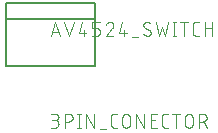
<source format=gbr>
G04 EAGLE Gerber X2 export*
%TF.Part,Single*%
%TF.FileFunction,Legend,Top,1*%
%TF.FilePolarity,Positive*%
%TF.GenerationSoftware,Autodesk,EAGLE,9.1.0*%
%TF.CreationDate,2020-08-17T16:38:57Z*%
G75*
%MOMM*%
%FSLAX34Y34*%
%LPD*%
%AMOC8*
5,1,8,0,0,1.08239X$1,22.5*%
G01*
%ADD10C,0.101600*%
%ADD11C,0.127000*%


D10*
X65508Y508D02*
X68754Y508D01*
X68867Y510D01*
X68980Y516D01*
X69093Y526D01*
X69206Y540D01*
X69318Y557D01*
X69429Y579D01*
X69539Y604D01*
X69649Y634D01*
X69757Y667D01*
X69864Y704D01*
X69970Y744D01*
X70074Y789D01*
X70177Y837D01*
X70278Y888D01*
X70377Y943D01*
X70474Y1001D01*
X70569Y1063D01*
X70662Y1128D01*
X70752Y1196D01*
X70840Y1267D01*
X70926Y1342D01*
X71009Y1419D01*
X71089Y1499D01*
X71166Y1582D01*
X71241Y1668D01*
X71312Y1756D01*
X71380Y1846D01*
X71445Y1939D01*
X71507Y2034D01*
X71565Y2131D01*
X71620Y2230D01*
X71671Y2331D01*
X71719Y2434D01*
X71764Y2538D01*
X71804Y2644D01*
X71841Y2751D01*
X71874Y2859D01*
X71904Y2969D01*
X71929Y3079D01*
X71951Y3190D01*
X71968Y3302D01*
X71982Y3415D01*
X71992Y3528D01*
X71998Y3641D01*
X72000Y3754D01*
X71998Y3867D01*
X71992Y3980D01*
X71982Y4093D01*
X71968Y4206D01*
X71951Y4318D01*
X71929Y4429D01*
X71904Y4539D01*
X71874Y4649D01*
X71841Y4757D01*
X71804Y4864D01*
X71764Y4970D01*
X71719Y5074D01*
X71671Y5177D01*
X71620Y5278D01*
X71565Y5377D01*
X71507Y5474D01*
X71445Y5569D01*
X71380Y5662D01*
X71312Y5752D01*
X71241Y5840D01*
X71166Y5926D01*
X71089Y6009D01*
X71009Y6089D01*
X70926Y6166D01*
X70840Y6241D01*
X70752Y6312D01*
X70662Y6380D01*
X70569Y6445D01*
X70474Y6507D01*
X70377Y6565D01*
X70278Y6620D01*
X70177Y6671D01*
X70074Y6719D01*
X69970Y6764D01*
X69864Y6804D01*
X69757Y6841D01*
X69649Y6874D01*
X69539Y6904D01*
X69429Y6929D01*
X69318Y6951D01*
X69206Y6968D01*
X69093Y6982D01*
X68980Y6992D01*
X68867Y6998D01*
X68754Y7000D01*
X69403Y12192D02*
X65508Y12192D01*
X69403Y12192D02*
X69504Y12190D01*
X69604Y12184D01*
X69704Y12174D01*
X69804Y12161D01*
X69903Y12143D01*
X70002Y12122D01*
X70099Y12097D01*
X70196Y12068D01*
X70291Y12035D01*
X70385Y11999D01*
X70477Y11959D01*
X70568Y11916D01*
X70657Y11869D01*
X70744Y11819D01*
X70830Y11765D01*
X70913Y11708D01*
X70993Y11648D01*
X71072Y11585D01*
X71148Y11518D01*
X71221Y11449D01*
X71291Y11377D01*
X71359Y11303D01*
X71424Y11226D01*
X71485Y11146D01*
X71544Y11064D01*
X71599Y10980D01*
X71651Y10894D01*
X71700Y10806D01*
X71745Y10716D01*
X71787Y10624D01*
X71825Y10531D01*
X71859Y10436D01*
X71890Y10341D01*
X71917Y10244D01*
X71940Y10146D01*
X71960Y10047D01*
X71975Y9947D01*
X71987Y9847D01*
X71995Y9747D01*
X71999Y9646D01*
X71999Y9546D01*
X71995Y9445D01*
X71987Y9345D01*
X71975Y9245D01*
X71960Y9145D01*
X71940Y9046D01*
X71917Y8948D01*
X71890Y8851D01*
X71859Y8756D01*
X71825Y8661D01*
X71787Y8568D01*
X71745Y8476D01*
X71700Y8386D01*
X71651Y8298D01*
X71599Y8212D01*
X71544Y8128D01*
X71485Y8046D01*
X71424Y7966D01*
X71359Y7889D01*
X71291Y7815D01*
X71221Y7743D01*
X71148Y7674D01*
X71072Y7607D01*
X70993Y7544D01*
X70913Y7484D01*
X70830Y7427D01*
X70744Y7373D01*
X70657Y7323D01*
X70568Y7276D01*
X70477Y7233D01*
X70385Y7193D01*
X70291Y7157D01*
X70196Y7124D01*
X70099Y7095D01*
X70002Y7070D01*
X69903Y7049D01*
X69804Y7031D01*
X69704Y7018D01*
X69604Y7008D01*
X69504Y7002D01*
X69403Y7000D01*
X69403Y6999D02*
X66806Y6999D01*
X77488Y12192D02*
X77488Y508D01*
X77488Y12192D02*
X80734Y12192D01*
X80847Y12190D01*
X80960Y12184D01*
X81073Y12174D01*
X81186Y12160D01*
X81298Y12143D01*
X81409Y12121D01*
X81519Y12096D01*
X81629Y12066D01*
X81737Y12033D01*
X81844Y11996D01*
X81950Y11956D01*
X82054Y11911D01*
X82157Y11863D01*
X82258Y11812D01*
X82357Y11757D01*
X82454Y11699D01*
X82549Y11637D01*
X82642Y11572D01*
X82732Y11504D01*
X82820Y11433D01*
X82906Y11358D01*
X82989Y11281D01*
X83069Y11201D01*
X83146Y11118D01*
X83221Y11032D01*
X83292Y10944D01*
X83360Y10854D01*
X83425Y10761D01*
X83487Y10666D01*
X83545Y10569D01*
X83600Y10470D01*
X83651Y10369D01*
X83699Y10266D01*
X83744Y10162D01*
X83784Y10056D01*
X83821Y9949D01*
X83854Y9841D01*
X83884Y9731D01*
X83909Y9621D01*
X83931Y9510D01*
X83948Y9398D01*
X83962Y9285D01*
X83972Y9172D01*
X83978Y9059D01*
X83980Y8946D01*
X83978Y8833D01*
X83972Y8720D01*
X83962Y8607D01*
X83948Y8494D01*
X83931Y8382D01*
X83909Y8271D01*
X83884Y8161D01*
X83854Y8051D01*
X83821Y7943D01*
X83784Y7836D01*
X83744Y7730D01*
X83699Y7626D01*
X83651Y7523D01*
X83600Y7422D01*
X83545Y7323D01*
X83487Y7226D01*
X83425Y7131D01*
X83360Y7038D01*
X83292Y6948D01*
X83221Y6860D01*
X83146Y6774D01*
X83069Y6691D01*
X82989Y6611D01*
X82906Y6534D01*
X82820Y6459D01*
X82732Y6388D01*
X82642Y6320D01*
X82549Y6255D01*
X82454Y6193D01*
X82357Y6135D01*
X82258Y6080D01*
X82157Y6029D01*
X82054Y5981D01*
X81950Y5936D01*
X81844Y5896D01*
X81737Y5859D01*
X81629Y5826D01*
X81519Y5796D01*
X81409Y5771D01*
X81298Y5749D01*
X81186Y5732D01*
X81073Y5718D01*
X80960Y5708D01*
X80847Y5702D01*
X80734Y5700D01*
X80734Y5701D02*
X77488Y5701D01*
X89328Y508D02*
X89328Y12192D01*
X88029Y508D02*
X90626Y508D01*
X90626Y12192D02*
X88029Y12192D01*
X95607Y12192D02*
X95607Y508D01*
X102098Y508D02*
X95607Y12192D01*
X102098Y12192D02*
X102098Y508D01*
X106924Y-790D02*
X112117Y-790D01*
X119125Y508D02*
X121722Y508D01*
X119125Y508D02*
X119026Y510D01*
X118926Y516D01*
X118827Y525D01*
X118729Y538D01*
X118631Y555D01*
X118533Y576D01*
X118437Y601D01*
X118342Y629D01*
X118248Y661D01*
X118155Y696D01*
X118063Y735D01*
X117973Y778D01*
X117885Y823D01*
X117798Y873D01*
X117714Y925D01*
X117631Y981D01*
X117551Y1039D01*
X117473Y1101D01*
X117398Y1166D01*
X117325Y1234D01*
X117255Y1304D01*
X117187Y1377D01*
X117122Y1452D01*
X117060Y1530D01*
X117002Y1610D01*
X116946Y1693D01*
X116894Y1777D01*
X116844Y1864D01*
X116799Y1952D01*
X116756Y2042D01*
X116717Y2134D01*
X116682Y2227D01*
X116650Y2321D01*
X116622Y2416D01*
X116597Y2512D01*
X116576Y2610D01*
X116559Y2708D01*
X116546Y2806D01*
X116537Y2905D01*
X116531Y3005D01*
X116529Y3104D01*
X116529Y9596D01*
X116531Y9695D01*
X116537Y9795D01*
X116546Y9894D01*
X116559Y9992D01*
X116576Y10090D01*
X116597Y10188D01*
X116622Y10284D01*
X116650Y10379D01*
X116682Y10473D01*
X116717Y10566D01*
X116756Y10658D01*
X116799Y10748D01*
X116844Y10836D01*
X116894Y10923D01*
X116946Y11007D01*
X117002Y11090D01*
X117060Y11170D01*
X117122Y11248D01*
X117187Y11323D01*
X117255Y11396D01*
X117325Y11466D01*
X117398Y11534D01*
X117473Y11599D01*
X117551Y11661D01*
X117631Y11719D01*
X117714Y11775D01*
X117798Y11827D01*
X117885Y11877D01*
X117973Y11922D01*
X118063Y11965D01*
X118155Y12004D01*
X118247Y12039D01*
X118342Y12071D01*
X118437Y12099D01*
X118533Y12124D01*
X118631Y12145D01*
X118729Y12162D01*
X118827Y12175D01*
X118926Y12184D01*
X119026Y12190D01*
X119125Y12192D01*
X121722Y12192D01*
X126087Y8946D02*
X126087Y3754D01*
X126086Y8946D02*
X126088Y9059D01*
X126094Y9172D01*
X126104Y9285D01*
X126118Y9398D01*
X126135Y9510D01*
X126157Y9621D01*
X126182Y9731D01*
X126212Y9841D01*
X126245Y9949D01*
X126282Y10056D01*
X126322Y10162D01*
X126367Y10266D01*
X126415Y10369D01*
X126466Y10470D01*
X126521Y10569D01*
X126579Y10666D01*
X126641Y10761D01*
X126706Y10854D01*
X126774Y10944D01*
X126845Y11032D01*
X126920Y11118D01*
X126997Y11201D01*
X127077Y11281D01*
X127160Y11358D01*
X127246Y11433D01*
X127334Y11504D01*
X127424Y11572D01*
X127517Y11637D01*
X127612Y11699D01*
X127709Y11757D01*
X127808Y11812D01*
X127909Y11863D01*
X128012Y11911D01*
X128116Y11956D01*
X128222Y11996D01*
X128329Y12033D01*
X128437Y12066D01*
X128547Y12096D01*
X128657Y12121D01*
X128768Y12143D01*
X128880Y12160D01*
X128993Y12174D01*
X129106Y12184D01*
X129219Y12190D01*
X129332Y12192D01*
X129445Y12190D01*
X129558Y12184D01*
X129671Y12174D01*
X129784Y12160D01*
X129896Y12143D01*
X130007Y12121D01*
X130117Y12096D01*
X130227Y12066D01*
X130335Y12033D01*
X130442Y11996D01*
X130548Y11956D01*
X130652Y11911D01*
X130755Y11863D01*
X130856Y11812D01*
X130955Y11757D01*
X131052Y11699D01*
X131147Y11637D01*
X131240Y11572D01*
X131330Y11504D01*
X131418Y11433D01*
X131504Y11358D01*
X131587Y11281D01*
X131667Y11201D01*
X131744Y11118D01*
X131819Y11032D01*
X131890Y10944D01*
X131958Y10854D01*
X132023Y10761D01*
X132085Y10666D01*
X132143Y10569D01*
X132198Y10470D01*
X132249Y10369D01*
X132297Y10266D01*
X132342Y10162D01*
X132382Y10056D01*
X132419Y9949D01*
X132452Y9841D01*
X132482Y9731D01*
X132507Y9621D01*
X132529Y9510D01*
X132546Y9398D01*
X132560Y9285D01*
X132570Y9172D01*
X132576Y9059D01*
X132578Y8946D01*
X132578Y3754D01*
X132576Y3641D01*
X132570Y3528D01*
X132560Y3415D01*
X132546Y3302D01*
X132529Y3190D01*
X132507Y3079D01*
X132482Y2969D01*
X132452Y2859D01*
X132419Y2751D01*
X132382Y2644D01*
X132342Y2538D01*
X132297Y2434D01*
X132249Y2331D01*
X132198Y2230D01*
X132143Y2131D01*
X132085Y2034D01*
X132023Y1939D01*
X131958Y1846D01*
X131890Y1756D01*
X131819Y1668D01*
X131744Y1582D01*
X131667Y1499D01*
X131587Y1419D01*
X131504Y1342D01*
X131418Y1267D01*
X131330Y1196D01*
X131240Y1128D01*
X131147Y1063D01*
X131052Y1001D01*
X130955Y943D01*
X130856Y888D01*
X130755Y837D01*
X130652Y789D01*
X130548Y744D01*
X130442Y704D01*
X130335Y667D01*
X130227Y634D01*
X130117Y604D01*
X130007Y579D01*
X129896Y557D01*
X129784Y540D01*
X129671Y526D01*
X129558Y516D01*
X129445Y510D01*
X129332Y508D01*
X129219Y510D01*
X129106Y516D01*
X128993Y526D01*
X128880Y540D01*
X128768Y557D01*
X128657Y579D01*
X128547Y604D01*
X128437Y634D01*
X128329Y667D01*
X128222Y704D01*
X128116Y744D01*
X128012Y789D01*
X127909Y837D01*
X127808Y888D01*
X127709Y943D01*
X127612Y1001D01*
X127517Y1063D01*
X127424Y1128D01*
X127334Y1196D01*
X127246Y1267D01*
X127160Y1342D01*
X127077Y1419D01*
X126997Y1499D01*
X126920Y1582D01*
X126845Y1668D01*
X126774Y1756D01*
X126706Y1846D01*
X126641Y1939D01*
X126579Y2034D01*
X126521Y2131D01*
X126466Y2230D01*
X126415Y2331D01*
X126367Y2434D01*
X126322Y2538D01*
X126282Y2644D01*
X126245Y2751D01*
X126212Y2859D01*
X126182Y2969D01*
X126157Y3079D01*
X126135Y3190D01*
X126118Y3302D01*
X126104Y3415D01*
X126094Y3528D01*
X126088Y3641D01*
X126086Y3754D01*
X137898Y508D02*
X137898Y12192D01*
X144389Y508D01*
X144389Y12192D01*
X150112Y508D02*
X155305Y508D01*
X150112Y508D02*
X150112Y12192D01*
X155305Y12192D01*
X154007Y6999D02*
X150112Y6999D01*
X162178Y508D02*
X164775Y508D01*
X162178Y508D02*
X162079Y510D01*
X161979Y516D01*
X161880Y525D01*
X161782Y538D01*
X161684Y555D01*
X161586Y576D01*
X161490Y601D01*
X161395Y629D01*
X161301Y661D01*
X161208Y696D01*
X161116Y735D01*
X161026Y778D01*
X160938Y823D01*
X160851Y873D01*
X160767Y925D01*
X160684Y981D01*
X160604Y1039D01*
X160526Y1101D01*
X160451Y1166D01*
X160378Y1234D01*
X160308Y1304D01*
X160240Y1377D01*
X160175Y1452D01*
X160113Y1530D01*
X160055Y1610D01*
X159999Y1693D01*
X159947Y1777D01*
X159897Y1864D01*
X159852Y1952D01*
X159809Y2042D01*
X159770Y2134D01*
X159735Y2227D01*
X159703Y2321D01*
X159675Y2416D01*
X159650Y2512D01*
X159629Y2610D01*
X159612Y2708D01*
X159599Y2806D01*
X159590Y2905D01*
X159584Y3005D01*
X159582Y3104D01*
X159582Y9596D01*
X159584Y9695D01*
X159590Y9795D01*
X159599Y9894D01*
X159612Y9992D01*
X159629Y10090D01*
X159650Y10188D01*
X159675Y10284D01*
X159703Y10379D01*
X159735Y10473D01*
X159770Y10566D01*
X159809Y10658D01*
X159852Y10748D01*
X159897Y10836D01*
X159947Y10923D01*
X159999Y11007D01*
X160055Y11090D01*
X160113Y11170D01*
X160175Y11248D01*
X160240Y11323D01*
X160308Y11396D01*
X160378Y11466D01*
X160451Y11534D01*
X160526Y11599D01*
X160604Y11661D01*
X160684Y11719D01*
X160767Y11775D01*
X160851Y11827D01*
X160938Y11877D01*
X161026Y11922D01*
X161116Y11965D01*
X161208Y12004D01*
X161300Y12039D01*
X161395Y12071D01*
X161490Y12099D01*
X161586Y12124D01*
X161684Y12145D01*
X161782Y12162D01*
X161880Y12175D01*
X161979Y12184D01*
X162079Y12190D01*
X162178Y12192D01*
X164775Y12192D01*
X171623Y12192D02*
X171623Y508D01*
X168378Y12192D02*
X174869Y12192D01*
X179046Y8946D02*
X179046Y3754D01*
X179045Y8946D02*
X179047Y9059D01*
X179053Y9172D01*
X179063Y9285D01*
X179077Y9398D01*
X179094Y9510D01*
X179116Y9621D01*
X179141Y9731D01*
X179171Y9841D01*
X179204Y9949D01*
X179241Y10056D01*
X179281Y10162D01*
X179326Y10266D01*
X179374Y10369D01*
X179425Y10470D01*
X179480Y10569D01*
X179538Y10666D01*
X179600Y10761D01*
X179665Y10854D01*
X179733Y10944D01*
X179804Y11032D01*
X179879Y11118D01*
X179956Y11201D01*
X180036Y11281D01*
X180119Y11358D01*
X180205Y11433D01*
X180293Y11504D01*
X180383Y11572D01*
X180476Y11637D01*
X180571Y11699D01*
X180668Y11757D01*
X180767Y11812D01*
X180868Y11863D01*
X180971Y11911D01*
X181075Y11956D01*
X181181Y11996D01*
X181288Y12033D01*
X181396Y12066D01*
X181506Y12096D01*
X181616Y12121D01*
X181727Y12143D01*
X181839Y12160D01*
X181952Y12174D01*
X182065Y12184D01*
X182178Y12190D01*
X182291Y12192D01*
X182404Y12190D01*
X182517Y12184D01*
X182630Y12174D01*
X182743Y12160D01*
X182855Y12143D01*
X182966Y12121D01*
X183076Y12096D01*
X183186Y12066D01*
X183294Y12033D01*
X183401Y11996D01*
X183507Y11956D01*
X183611Y11911D01*
X183714Y11863D01*
X183815Y11812D01*
X183914Y11757D01*
X184011Y11699D01*
X184106Y11637D01*
X184199Y11572D01*
X184289Y11504D01*
X184377Y11433D01*
X184463Y11358D01*
X184546Y11281D01*
X184626Y11201D01*
X184703Y11118D01*
X184778Y11032D01*
X184849Y10944D01*
X184917Y10854D01*
X184982Y10761D01*
X185044Y10666D01*
X185102Y10569D01*
X185157Y10470D01*
X185208Y10369D01*
X185256Y10266D01*
X185301Y10162D01*
X185341Y10056D01*
X185378Y9949D01*
X185411Y9841D01*
X185441Y9731D01*
X185466Y9621D01*
X185488Y9510D01*
X185505Y9398D01*
X185519Y9285D01*
X185529Y9172D01*
X185535Y9059D01*
X185537Y8946D01*
X185537Y3754D01*
X185535Y3641D01*
X185529Y3528D01*
X185519Y3415D01*
X185505Y3302D01*
X185488Y3190D01*
X185466Y3079D01*
X185441Y2969D01*
X185411Y2859D01*
X185378Y2751D01*
X185341Y2644D01*
X185301Y2538D01*
X185256Y2434D01*
X185208Y2331D01*
X185157Y2230D01*
X185102Y2131D01*
X185044Y2034D01*
X184982Y1939D01*
X184917Y1846D01*
X184849Y1756D01*
X184778Y1668D01*
X184703Y1582D01*
X184626Y1499D01*
X184546Y1419D01*
X184463Y1342D01*
X184377Y1267D01*
X184289Y1196D01*
X184199Y1128D01*
X184106Y1063D01*
X184011Y1001D01*
X183914Y943D01*
X183815Y888D01*
X183714Y837D01*
X183611Y789D01*
X183507Y744D01*
X183401Y704D01*
X183294Y667D01*
X183186Y634D01*
X183076Y604D01*
X182966Y579D01*
X182855Y557D01*
X182743Y540D01*
X182630Y526D01*
X182517Y516D01*
X182404Y510D01*
X182291Y508D01*
X182178Y510D01*
X182065Y516D01*
X181952Y526D01*
X181839Y540D01*
X181727Y557D01*
X181616Y579D01*
X181506Y604D01*
X181396Y634D01*
X181288Y667D01*
X181181Y704D01*
X181075Y744D01*
X180971Y789D01*
X180868Y837D01*
X180767Y888D01*
X180668Y943D01*
X180571Y1001D01*
X180476Y1063D01*
X180383Y1128D01*
X180293Y1196D01*
X180205Y1267D01*
X180119Y1342D01*
X180036Y1419D01*
X179956Y1499D01*
X179879Y1582D01*
X179804Y1668D01*
X179733Y1756D01*
X179665Y1846D01*
X179600Y1939D01*
X179538Y2034D01*
X179480Y2131D01*
X179425Y2230D01*
X179374Y2331D01*
X179326Y2434D01*
X179281Y2538D01*
X179241Y2644D01*
X179204Y2751D01*
X179171Y2859D01*
X179141Y2969D01*
X179116Y3079D01*
X179094Y3190D01*
X179077Y3302D01*
X179063Y3415D01*
X179053Y3528D01*
X179047Y3641D01*
X179045Y3754D01*
X190930Y508D02*
X190930Y12192D01*
X194176Y12192D01*
X194289Y12190D01*
X194402Y12184D01*
X194515Y12174D01*
X194628Y12160D01*
X194740Y12143D01*
X194851Y12121D01*
X194961Y12096D01*
X195071Y12066D01*
X195179Y12033D01*
X195286Y11996D01*
X195392Y11956D01*
X195496Y11911D01*
X195599Y11863D01*
X195700Y11812D01*
X195799Y11757D01*
X195896Y11699D01*
X195991Y11637D01*
X196084Y11572D01*
X196174Y11504D01*
X196262Y11433D01*
X196348Y11358D01*
X196431Y11281D01*
X196511Y11201D01*
X196588Y11118D01*
X196663Y11032D01*
X196734Y10944D01*
X196802Y10854D01*
X196867Y10761D01*
X196929Y10666D01*
X196987Y10569D01*
X197042Y10470D01*
X197093Y10369D01*
X197141Y10266D01*
X197186Y10162D01*
X197226Y10056D01*
X197263Y9949D01*
X197296Y9841D01*
X197326Y9731D01*
X197351Y9621D01*
X197373Y9510D01*
X197390Y9398D01*
X197404Y9285D01*
X197414Y9172D01*
X197420Y9059D01*
X197422Y8946D01*
X197420Y8833D01*
X197414Y8720D01*
X197404Y8607D01*
X197390Y8494D01*
X197373Y8382D01*
X197351Y8271D01*
X197326Y8161D01*
X197296Y8051D01*
X197263Y7943D01*
X197226Y7836D01*
X197186Y7730D01*
X197141Y7626D01*
X197093Y7523D01*
X197042Y7422D01*
X196987Y7323D01*
X196929Y7226D01*
X196867Y7131D01*
X196802Y7038D01*
X196734Y6948D01*
X196663Y6860D01*
X196588Y6774D01*
X196511Y6691D01*
X196431Y6611D01*
X196348Y6534D01*
X196262Y6459D01*
X196174Y6388D01*
X196084Y6320D01*
X195991Y6255D01*
X195896Y6193D01*
X195799Y6135D01*
X195700Y6080D01*
X195599Y6029D01*
X195496Y5981D01*
X195392Y5936D01*
X195286Y5896D01*
X195179Y5859D01*
X195071Y5826D01*
X194961Y5796D01*
X194851Y5771D01*
X194740Y5749D01*
X194628Y5732D01*
X194515Y5718D01*
X194402Y5708D01*
X194289Y5702D01*
X194176Y5700D01*
X194176Y5701D02*
X190930Y5701D01*
X194825Y5701D02*
X197422Y508D01*
D11*
X102500Y92700D02*
X27500Y92700D01*
X102500Y92700D02*
X102500Y52700D01*
X27500Y52700D01*
X27500Y92700D01*
X27500Y105700D02*
X102500Y105700D01*
X27500Y105700D02*
X27500Y92700D01*
X102500Y92700D02*
X102500Y105700D01*
D10*
X69403Y89992D02*
X65508Y78308D01*
X73297Y78308D02*
X69403Y89992D01*
X72324Y81229D02*
X66482Y81229D01*
X76938Y89992D02*
X80833Y78308D01*
X84727Y89992D01*
X91614Y89992D02*
X89017Y80904D01*
X95508Y80904D01*
X93561Y83501D02*
X93561Y78308D01*
X100447Y78308D02*
X104342Y78308D01*
X104441Y78310D01*
X104541Y78316D01*
X104640Y78325D01*
X104738Y78338D01*
X104836Y78355D01*
X104934Y78376D01*
X105030Y78401D01*
X105125Y78429D01*
X105219Y78461D01*
X105312Y78496D01*
X105404Y78535D01*
X105494Y78578D01*
X105582Y78623D01*
X105669Y78673D01*
X105753Y78725D01*
X105836Y78781D01*
X105916Y78839D01*
X105994Y78901D01*
X106069Y78966D01*
X106142Y79034D01*
X106212Y79104D01*
X106280Y79177D01*
X106345Y79252D01*
X106407Y79330D01*
X106465Y79410D01*
X106521Y79493D01*
X106573Y79577D01*
X106623Y79664D01*
X106668Y79752D01*
X106711Y79842D01*
X106750Y79934D01*
X106785Y80027D01*
X106817Y80121D01*
X106845Y80216D01*
X106870Y80312D01*
X106891Y80410D01*
X106908Y80508D01*
X106921Y80606D01*
X106930Y80705D01*
X106936Y80805D01*
X106938Y80904D01*
X106938Y82203D01*
X106936Y82302D01*
X106930Y82402D01*
X106921Y82501D01*
X106908Y82599D01*
X106891Y82697D01*
X106870Y82795D01*
X106845Y82891D01*
X106817Y82986D01*
X106785Y83080D01*
X106750Y83173D01*
X106711Y83265D01*
X106668Y83355D01*
X106623Y83443D01*
X106573Y83530D01*
X106521Y83614D01*
X106465Y83697D01*
X106407Y83777D01*
X106345Y83855D01*
X106280Y83930D01*
X106212Y84003D01*
X106142Y84073D01*
X106069Y84141D01*
X105994Y84206D01*
X105916Y84268D01*
X105836Y84326D01*
X105753Y84382D01*
X105669Y84434D01*
X105582Y84484D01*
X105494Y84529D01*
X105404Y84572D01*
X105312Y84611D01*
X105219Y84646D01*
X105125Y84678D01*
X105030Y84706D01*
X104934Y84731D01*
X104836Y84752D01*
X104738Y84769D01*
X104640Y84782D01*
X104541Y84791D01*
X104441Y84797D01*
X104342Y84799D01*
X100447Y84799D01*
X100447Y89992D01*
X106938Y89992D01*
X115447Y89992D02*
X115554Y89990D01*
X115660Y89984D01*
X115766Y89974D01*
X115872Y89961D01*
X115978Y89943D01*
X116082Y89922D01*
X116186Y89897D01*
X116289Y89868D01*
X116390Y89836D01*
X116490Y89799D01*
X116589Y89759D01*
X116687Y89716D01*
X116783Y89669D01*
X116877Y89618D01*
X116969Y89564D01*
X117059Y89507D01*
X117147Y89447D01*
X117232Y89383D01*
X117315Y89316D01*
X117396Y89246D01*
X117474Y89174D01*
X117550Y89098D01*
X117622Y89020D01*
X117692Y88939D01*
X117759Y88856D01*
X117823Y88771D01*
X117883Y88683D01*
X117940Y88593D01*
X117994Y88501D01*
X118045Y88407D01*
X118092Y88311D01*
X118135Y88213D01*
X118175Y88114D01*
X118212Y88014D01*
X118244Y87913D01*
X118273Y87810D01*
X118298Y87706D01*
X118319Y87602D01*
X118337Y87496D01*
X118350Y87390D01*
X118360Y87284D01*
X118366Y87178D01*
X118368Y87071D01*
X115447Y89992D02*
X115326Y89990D01*
X115205Y89984D01*
X115085Y89974D01*
X114964Y89961D01*
X114845Y89943D01*
X114725Y89922D01*
X114607Y89897D01*
X114490Y89868D01*
X114373Y89835D01*
X114258Y89799D01*
X114144Y89758D01*
X114031Y89715D01*
X113919Y89667D01*
X113810Y89616D01*
X113702Y89561D01*
X113595Y89503D01*
X113491Y89442D01*
X113389Y89377D01*
X113289Y89309D01*
X113191Y89238D01*
X113095Y89164D01*
X113002Y89087D01*
X112912Y89006D01*
X112824Y88923D01*
X112739Y88837D01*
X112656Y88748D01*
X112577Y88657D01*
X112500Y88563D01*
X112427Y88467D01*
X112357Y88369D01*
X112290Y88268D01*
X112226Y88165D01*
X112166Y88060D01*
X112109Y87953D01*
X112055Y87845D01*
X112005Y87735D01*
X111959Y87623D01*
X111916Y87510D01*
X111877Y87395D01*
X117395Y84799D02*
X117474Y84876D01*
X117550Y84957D01*
X117623Y85040D01*
X117693Y85125D01*
X117760Y85213D01*
X117824Y85303D01*
X117884Y85395D01*
X117941Y85490D01*
X117995Y85586D01*
X118046Y85684D01*
X118093Y85784D01*
X118137Y85886D01*
X118177Y85989D01*
X118213Y86093D01*
X118245Y86199D01*
X118274Y86305D01*
X118299Y86413D01*
X118321Y86521D01*
X118338Y86631D01*
X118352Y86740D01*
X118361Y86850D01*
X118367Y86961D01*
X118369Y87071D01*
X117394Y84799D02*
X111877Y78308D01*
X118368Y78308D01*
X123307Y80904D02*
X125903Y89992D01*
X123307Y80904D02*
X129798Y80904D01*
X127851Y83501D02*
X127851Y78308D01*
X134243Y77010D02*
X139436Y77010D01*
X147395Y78308D02*
X147494Y78310D01*
X147594Y78316D01*
X147693Y78325D01*
X147791Y78338D01*
X147889Y78355D01*
X147987Y78376D01*
X148083Y78401D01*
X148178Y78429D01*
X148272Y78461D01*
X148365Y78496D01*
X148457Y78535D01*
X148547Y78578D01*
X148635Y78623D01*
X148722Y78673D01*
X148806Y78725D01*
X148889Y78781D01*
X148969Y78839D01*
X149047Y78901D01*
X149122Y78966D01*
X149195Y79034D01*
X149265Y79104D01*
X149333Y79177D01*
X149398Y79252D01*
X149460Y79330D01*
X149518Y79410D01*
X149574Y79493D01*
X149626Y79577D01*
X149676Y79664D01*
X149721Y79752D01*
X149764Y79842D01*
X149803Y79934D01*
X149838Y80027D01*
X149870Y80121D01*
X149898Y80216D01*
X149923Y80312D01*
X149944Y80410D01*
X149961Y80508D01*
X149974Y80606D01*
X149983Y80705D01*
X149989Y80805D01*
X149991Y80904D01*
X147395Y78308D02*
X147251Y78310D01*
X147106Y78316D01*
X146962Y78325D01*
X146819Y78338D01*
X146675Y78355D01*
X146532Y78376D01*
X146390Y78401D01*
X146249Y78429D01*
X146108Y78461D01*
X145968Y78497D01*
X145829Y78536D01*
X145691Y78579D01*
X145555Y78626D01*
X145419Y78676D01*
X145285Y78730D01*
X145153Y78787D01*
X145022Y78848D01*
X144893Y78912D01*
X144765Y78980D01*
X144639Y79050D01*
X144515Y79125D01*
X144394Y79202D01*
X144274Y79283D01*
X144156Y79366D01*
X144041Y79453D01*
X143928Y79543D01*
X143817Y79636D01*
X143709Y79731D01*
X143603Y79830D01*
X143500Y79931D01*
X143825Y87396D02*
X143827Y87495D01*
X143833Y87595D01*
X143842Y87694D01*
X143855Y87792D01*
X143872Y87890D01*
X143893Y87988D01*
X143918Y88084D01*
X143946Y88179D01*
X143978Y88273D01*
X144013Y88366D01*
X144052Y88458D01*
X144095Y88548D01*
X144140Y88636D01*
X144190Y88723D01*
X144242Y88807D01*
X144298Y88890D01*
X144356Y88970D01*
X144418Y89048D01*
X144483Y89123D01*
X144551Y89196D01*
X144621Y89266D01*
X144694Y89334D01*
X144769Y89399D01*
X144847Y89461D01*
X144927Y89519D01*
X145010Y89575D01*
X145094Y89627D01*
X145181Y89677D01*
X145269Y89722D01*
X145359Y89765D01*
X145451Y89804D01*
X145544Y89839D01*
X145638Y89871D01*
X145733Y89899D01*
X145830Y89924D01*
X145927Y89945D01*
X146025Y89962D01*
X146123Y89975D01*
X146222Y89984D01*
X146322Y89990D01*
X146421Y89992D01*
X146557Y89990D01*
X146693Y89984D01*
X146829Y89975D01*
X146965Y89962D01*
X147100Y89944D01*
X147234Y89924D01*
X147368Y89899D01*
X147502Y89871D01*
X147634Y89838D01*
X147765Y89803D01*
X147896Y89763D01*
X148025Y89720D01*
X148153Y89674D01*
X148279Y89623D01*
X148405Y89570D01*
X148528Y89512D01*
X148650Y89452D01*
X148770Y89388D01*
X148889Y89320D01*
X149005Y89250D01*
X149119Y89176D01*
X149232Y89099D01*
X149342Y89018D01*
X145122Y85124D02*
X145036Y85177D01*
X144952Y85234D01*
X144870Y85293D01*
X144790Y85356D01*
X144713Y85422D01*
X144638Y85490D01*
X144566Y85562D01*
X144497Y85636D01*
X144431Y85713D01*
X144368Y85792D01*
X144308Y85874D01*
X144251Y85958D01*
X144197Y86044D01*
X144147Y86132D01*
X144100Y86222D01*
X144056Y86313D01*
X144017Y86407D01*
X143980Y86501D01*
X143948Y86597D01*
X143919Y86695D01*
X143894Y86793D01*
X143873Y86892D01*
X143855Y86992D01*
X143842Y87092D01*
X143832Y87193D01*
X143826Y87295D01*
X143824Y87396D01*
X148693Y83176D02*
X148779Y83123D01*
X148863Y83066D01*
X148945Y83007D01*
X149025Y82944D01*
X149102Y82878D01*
X149177Y82810D01*
X149249Y82738D01*
X149318Y82664D01*
X149384Y82587D01*
X149447Y82508D01*
X149507Y82426D01*
X149564Y82342D01*
X149618Y82256D01*
X149668Y82168D01*
X149715Y82078D01*
X149759Y81987D01*
X149798Y81893D01*
X149835Y81799D01*
X149867Y81703D01*
X149896Y81605D01*
X149921Y81507D01*
X149942Y81408D01*
X149960Y81308D01*
X149973Y81208D01*
X149983Y81107D01*
X149989Y81005D01*
X149991Y80904D01*
X148693Y83176D02*
X145123Y85124D01*
X154126Y89992D02*
X156722Y78308D01*
X159319Y86097D01*
X161915Y78308D01*
X164511Y89992D01*
X169987Y89992D02*
X169987Y78308D01*
X171285Y78308D02*
X168688Y78308D01*
X168688Y89992D02*
X171285Y89992D01*
X178368Y89992D02*
X178368Y78308D01*
X175123Y89992D02*
X181614Y89992D01*
X188354Y78308D02*
X190951Y78308D01*
X188354Y78308D02*
X188255Y78310D01*
X188155Y78316D01*
X188056Y78325D01*
X187958Y78338D01*
X187860Y78355D01*
X187762Y78376D01*
X187666Y78401D01*
X187571Y78429D01*
X187477Y78461D01*
X187384Y78496D01*
X187292Y78535D01*
X187202Y78578D01*
X187114Y78623D01*
X187027Y78673D01*
X186943Y78725D01*
X186860Y78781D01*
X186780Y78839D01*
X186702Y78901D01*
X186627Y78966D01*
X186554Y79034D01*
X186484Y79104D01*
X186416Y79177D01*
X186351Y79252D01*
X186289Y79330D01*
X186231Y79410D01*
X186175Y79493D01*
X186123Y79577D01*
X186073Y79664D01*
X186028Y79752D01*
X185985Y79842D01*
X185946Y79934D01*
X185911Y80027D01*
X185879Y80121D01*
X185851Y80216D01*
X185826Y80312D01*
X185805Y80410D01*
X185788Y80508D01*
X185775Y80606D01*
X185766Y80705D01*
X185760Y80805D01*
X185758Y80904D01*
X185758Y87396D01*
X185760Y87495D01*
X185766Y87595D01*
X185775Y87694D01*
X185788Y87792D01*
X185805Y87890D01*
X185826Y87988D01*
X185851Y88084D01*
X185879Y88179D01*
X185911Y88273D01*
X185946Y88366D01*
X185985Y88458D01*
X186028Y88548D01*
X186073Y88636D01*
X186123Y88723D01*
X186175Y88807D01*
X186231Y88890D01*
X186289Y88970D01*
X186351Y89048D01*
X186416Y89123D01*
X186484Y89196D01*
X186554Y89266D01*
X186627Y89334D01*
X186702Y89399D01*
X186780Y89461D01*
X186860Y89519D01*
X186943Y89575D01*
X187027Y89627D01*
X187114Y89677D01*
X187202Y89722D01*
X187292Y89765D01*
X187384Y89804D01*
X187476Y89839D01*
X187571Y89871D01*
X187666Y89899D01*
X187762Y89924D01*
X187860Y89945D01*
X187958Y89962D01*
X188056Y89975D01*
X188155Y89984D01*
X188255Y89990D01*
X188354Y89992D01*
X190951Y89992D01*
X195697Y89992D02*
X195697Y78308D01*
X195697Y84799D02*
X202188Y84799D01*
X202188Y89992D02*
X202188Y78308D01*
M02*

</source>
